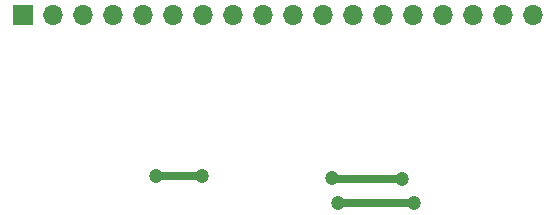
<source format=gbr>
G04 #@! TF.GenerationSoftware,KiCad,Pcbnew,5.1.5+dfsg1-2build2*
G04 #@! TF.CreationDate,2022-10-07T11:57:08+02:00*
G04 #@! TF.ProjectId,CMS_AmpliGBP,434d535f-416d-4706-9c69-4742502e6b69,rev?*
G04 #@! TF.SameCoordinates,Original*
G04 #@! TF.FileFunction,Copper,L2,Bot*
G04 #@! TF.FilePolarity,Positive*
%FSLAX46Y46*%
G04 Gerber Fmt 4.6, Leading zero omitted, Abs format (unit mm)*
G04 Created by KiCad (PCBNEW 5.1.5+dfsg1-2build2) date 2022-10-07 11:57:08*
%MOMM*%
%LPD*%
G04 APERTURE LIST*
%ADD10R,1.700000X1.700000*%
%ADD11O,1.700000X1.700000*%
%ADD12C,1.200000*%
%ADD13C,0.700000*%
G04 APERTURE END LIST*
D10*
X126365000Y-97790000D03*
D11*
X128905000Y-97790000D03*
X131445000Y-97790000D03*
X133985000Y-97790000D03*
X136525000Y-97790000D03*
X139065000Y-97790000D03*
X141605000Y-97790000D03*
X144145000Y-97790000D03*
X146685000Y-97790000D03*
X149225000Y-97790000D03*
X151765000Y-97790000D03*
X154305000Y-97790000D03*
X156845000Y-97790000D03*
X159385000Y-97790000D03*
X161925000Y-97790000D03*
X164465000Y-97790000D03*
X167005000Y-97790000D03*
X169545000Y-97790000D03*
D12*
X153035000Y-113665000D03*
X159486600Y-113665000D03*
X158401410Y-111683800D03*
X152491345Y-111607285D03*
X137591800Y-111379000D03*
X141528800Y-111379000D03*
D13*
X153035000Y-113665000D02*
X159486600Y-113665000D01*
X158401410Y-111683800D02*
X152567860Y-111683800D01*
X152567860Y-111683800D02*
X152491345Y-111607285D01*
X137591800Y-111379000D02*
X138440328Y-111379000D01*
X138440328Y-111379000D02*
X141528800Y-111379000D01*
M02*

</source>
